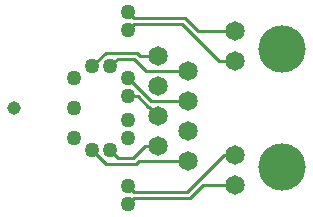
<source format=gbr>
G04 #@! TF.GenerationSoftware,KiCad,Pcbnew,(5.1.5)*
G04 #@! TF.CreationDate,2019-12-07T20:44:40-05:00*
G04 #@! TF.ProjectId,rj45brkout,726a3435-6272-46b6-9f75-742e6b696361,v1.0.0*
G04 #@! TF.SameCoordinates,Original*
G04 #@! TF.FileFunction,Copper,L1,Top*
G04 #@! TF.FilePolarity,Positive*
%FSLAX46Y46*%
G04 Gerber Fmt 4.6, Leading zero omitted, Abs format (unit mm)*
G04 Created by KiCad (PCBNEW (5.1.5)) date 2019-12-07 20:44:40*
%MOMM*%
%LPD*%
G04 APERTURE LIST*
%ADD10C,1.270000*%
%ADD11C,1.651000*%
%ADD12C,4.000000*%
%ADD13C,1.143000*%
%ADD14C,0.254000*%
G04 APERTURE END LIST*
D10*
X134620000Y-104140000D03*
X134620000Y-99060000D03*
X134620000Y-101600000D03*
D11*
X144250000Y-106040000D03*
X141710000Y-104770000D03*
X144250000Y-103500000D03*
X141710000Y-102230000D03*
X144250000Y-100960000D03*
X141710000Y-99690000D03*
X144250000Y-98420000D03*
X141710000Y-97150000D03*
D12*
X152250000Y-106600000D03*
X152250000Y-96600000D03*
D11*
X148250000Y-108130000D03*
X148250000Y-105590000D03*
X148250000Y-97610000D03*
X148250000Y-95070000D03*
D13*
X129540000Y-101600000D03*
D10*
X136144000Y-98044000D03*
X137668000Y-98044000D03*
X139192000Y-99060000D03*
X139192000Y-100584000D03*
X139192000Y-102616000D03*
X139192000Y-104140000D03*
X137668000Y-105156000D03*
X136144000Y-105156000D03*
X139192000Y-109728000D03*
X139192000Y-108204000D03*
X139192000Y-94996000D03*
X139192000Y-93472000D03*
D14*
X136144000Y-105156000D02*
X137287000Y-106299000D01*
X137287000Y-106299000D02*
X139827000Y-106299000D01*
X139827000Y-106299000D02*
X140086000Y-106040000D01*
X140086000Y-106040000D02*
X144250000Y-106040000D01*
X138303000Y-105791000D02*
X139573000Y-105791000D01*
X141710000Y-104770000D02*
X140594000Y-104770000D01*
X140594000Y-104770000D02*
X139573000Y-105791000D01*
X137668000Y-105156000D02*
X138303000Y-105791000D01*
X139192000Y-100584000D02*
X139997580Y-100584000D01*
X139997580Y-100584000D02*
X140886580Y-101473000D01*
X140886580Y-101473000D02*
X140953000Y-101473000D01*
X140953000Y-101473000D02*
X141710000Y-102230000D01*
X144250000Y-100960000D02*
X141092000Y-100960000D01*
X141092000Y-100960000D02*
X139192000Y-99060000D01*
X137668000Y-98044000D02*
X138303000Y-97409000D01*
X138303000Y-97409000D02*
X139700000Y-97409000D01*
X139700000Y-97409000D02*
X140711000Y-98420000D01*
X140948000Y-98420000D02*
X144250000Y-98420000D01*
X140711000Y-98420000D02*
X140948000Y-98420000D01*
X136144000Y-98044000D02*
X137287000Y-96901000D01*
X137287000Y-96901000D02*
X139954000Y-96901000D01*
X139954000Y-96901000D02*
X140208000Y-97155000D01*
X140208000Y-97155000D02*
X141705000Y-97155000D01*
X141705000Y-97155000D02*
X141710000Y-97150000D01*
X148250000Y-108130000D02*
X145489000Y-108130000D01*
X145489000Y-108130000D02*
X144399000Y-109220000D01*
X144399000Y-109220000D02*
X139700000Y-109220000D01*
X139700000Y-109220000D02*
X139192000Y-109728000D01*
X148250000Y-105590000D02*
X147267000Y-105590000D01*
X147267000Y-105590000D02*
X144145000Y-108712000D01*
X144145000Y-108712000D02*
X139700000Y-108712000D01*
X139700000Y-108712000D02*
X139192000Y-108204000D01*
X139192000Y-94996000D02*
X139700000Y-94488000D01*
X139700000Y-94488000D02*
X143764000Y-94488000D01*
X143764000Y-94488000D02*
X146886000Y-97610000D01*
X146886000Y-97610000D02*
X148250000Y-97610000D01*
X148250000Y-95070000D02*
X145108000Y-95070000D01*
X145108000Y-95070000D02*
X144018000Y-93980000D01*
X144018000Y-93980000D02*
X139700000Y-93980000D01*
X139700000Y-93980000D02*
X139192000Y-93472000D01*
M02*

</source>
